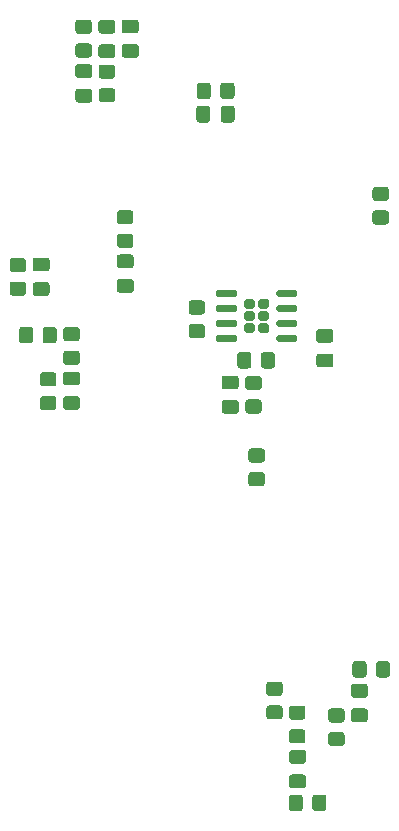
<source format=gbr>
%TF.GenerationSoftware,KiCad,Pcbnew,5.1.9*%
%TF.CreationDate,2021-02-01T12:12:55-08:00*%
%TF.ProjectId,MainBoard,4d61696e-426f-4617-9264-2e6b69636164,rev?*%
%TF.SameCoordinates,Original*%
%TF.FileFunction,Paste,Bot*%
%TF.FilePolarity,Positive*%
%FSLAX46Y46*%
G04 Gerber Fmt 4.6, Leading zero omitted, Abs format (unit mm)*
G04 Created by KiCad (PCBNEW 5.1.9) date 2021-02-01 12:12:55*
%MOMM*%
%LPD*%
G01*
G04 APERTURE LIST*
G04 APERTURE END LIST*
%TO.C,R15*%
G36*
G01*
X109160000Y-135610001D02*
X109160000Y-134709999D01*
G75*
G02*
X109409999Y-134460000I249999J0D01*
G01*
X110110001Y-134460000D01*
G75*
G02*
X110360000Y-134709999I0J-249999D01*
G01*
X110360000Y-135610001D01*
G75*
G02*
X110110001Y-135860000I-249999J0D01*
G01*
X109409999Y-135860000D01*
G75*
G02*
X109160000Y-135610001I0J249999D01*
G01*
G37*
G36*
G01*
X107160000Y-135610001D02*
X107160000Y-134709999D01*
G75*
G02*
X107409999Y-134460000I249999J0D01*
G01*
X108110001Y-134460000D01*
G75*
G02*
X108360000Y-134709999I0J-249999D01*
G01*
X108360000Y-135610001D01*
G75*
G02*
X108110001Y-135860000I-249999J0D01*
G01*
X107409999Y-135860000D01*
G75*
G02*
X107160000Y-135610001I0J249999D01*
G01*
G37*
%TD*%
%TO.C,R11*%
G36*
G01*
X84675001Y-90225000D02*
X83774999Y-90225000D01*
G75*
G02*
X83525000Y-89975001I0J249999D01*
G01*
X83525000Y-89274999D01*
G75*
G02*
X83774999Y-89025000I249999J0D01*
G01*
X84675001Y-89025000D01*
G75*
G02*
X84925000Y-89274999I0J-249999D01*
G01*
X84925000Y-89975001D01*
G75*
G02*
X84675001Y-90225000I-249999J0D01*
G01*
G37*
G36*
G01*
X84675001Y-92225000D02*
X83774999Y-92225000D01*
G75*
G02*
X83525000Y-91975001I0J249999D01*
G01*
X83525000Y-91274999D01*
G75*
G02*
X83774999Y-91025000I249999J0D01*
G01*
X84675001Y-91025000D01*
G75*
G02*
X84925000Y-91274999I0J-249999D01*
G01*
X84925000Y-91975001D01*
G75*
G02*
X84675001Y-92225000I-249999J0D01*
G01*
G37*
%TD*%
%TO.C,C8*%
G36*
G01*
X92845000Y-90797500D02*
X93795000Y-90797500D01*
G75*
G02*
X94045000Y-91047500I0J-250000D01*
G01*
X94045000Y-91722500D01*
G75*
G02*
X93795000Y-91972500I-250000J0D01*
G01*
X92845000Y-91972500D01*
G75*
G02*
X92595000Y-91722500I0J250000D01*
G01*
X92595000Y-91047500D01*
G75*
G02*
X92845000Y-90797500I250000J0D01*
G01*
G37*
G36*
G01*
X92845000Y-88722500D02*
X93795000Y-88722500D01*
G75*
G02*
X94045000Y-88972500I0J-250000D01*
G01*
X94045000Y-89647500D01*
G75*
G02*
X93795000Y-89897500I-250000J0D01*
G01*
X92845000Y-89897500D01*
G75*
G02*
X92595000Y-89647500I0J250000D01*
G01*
X92595000Y-88972500D01*
G75*
G02*
X92845000Y-88722500I250000J0D01*
G01*
G37*
%TD*%
%TO.C,U2*%
G36*
G01*
X104335000Y-94752500D02*
X104335000Y-95167500D01*
G75*
G02*
X104127500Y-95375000I-207500J0D01*
G01*
X103572500Y-95375000D01*
G75*
G02*
X103365000Y-95167500I0J207500D01*
G01*
X103365000Y-94752500D01*
G75*
G02*
X103572500Y-94545000I207500J0D01*
G01*
X104127500Y-94545000D01*
G75*
G02*
X104335000Y-94752500I0J-207500D01*
G01*
G37*
G36*
G01*
X104335000Y-93722500D02*
X104335000Y-94137500D01*
G75*
G02*
X104127500Y-94345000I-207500J0D01*
G01*
X103572500Y-94345000D01*
G75*
G02*
X103365000Y-94137500I0J207500D01*
G01*
X103365000Y-93722500D01*
G75*
G02*
X103572500Y-93515000I207500J0D01*
G01*
X104127500Y-93515000D01*
G75*
G02*
X104335000Y-93722500I0J-207500D01*
G01*
G37*
G36*
G01*
X104335000Y-92692500D02*
X104335000Y-93107500D01*
G75*
G02*
X104127500Y-93315000I-207500J0D01*
G01*
X103572500Y-93315000D01*
G75*
G02*
X103365000Y-93107500I0J207500D01*
G01*
X103365000Y-92692500D01*
G75*
G02*
X103572500Y-92485000I207500J0D01*
G01*
X104127500Y-92485000D01*
G75*
G02*
X104335000Y-92692500I0J-207500D01*
G01*
G37*
G36*
G01*
X105535000Y-94752500D02*
X105535000Y-95167500D01*
G75*
G02*
X105327500Y-95375000I-207500J0D01*
G01*
X104772500Y-95375000D01*
G75*
G02*
X104565000Y-95167500I0J207500D01*
G01*
X104565000Y-94752500D01*
G75*
G02*
X104772500Y-94545000I207500J0D01*
G01*
X105327500Y-94545000D01*
G75*
G02*
X105535000Y-94752500I0J-207500D01*
G01*
G37*
G36*
G01*
X105535000Y-93722500D02*
X105535000Y-94137500D01*
G75*
G02*
X105327500Y-94345000I-207500J0D01*
G01*
X104772500Y-94345000D01*
G75*
G02*
X104565000Y-94137500I0J207500D01*
G01*
X104565000Y-93722500D01*
G75*
G02*
X104772500Y-93515000I207500J0D01*
G01*
X105327500Y-93515000D01*
G75*
G02*
X105535000Y-93722500I0J-207500D01*
G01*
G37*
G36*
G01*
X105535000Y-92692500D02*
X105535000Y-93107500D01*
G75*
G02*
X105327500Y-93315000I-207500J0D01*
G01*
X104772500Y-93315000D01*
G75*
G02*
X104565000Y-93107500I0J207500D01*
G01*
X104565000Y-92692500D01*
G75*
G02*
X104772500Y-92485000I207500J0D01*
G01*
X105327500Y-92485000D01*
G75*
G02*
X105535000Y-92692500I0J-207500D01*
G01*
G37*
G36*
G01*
X102775000Y-91875000D02*
X102775000Y-92175000D01*
G75*
G02*
X102625000Y-92325000I-150000J0D01*
G01*
X101150000Y-92325000D01*
G75*
G02*
X101000000Y-92175000I0J150000D01*
G01*
X101000000Y-91875000D01*
G75*
G02*
X101150000Y-91725000I150000J0D01*
G01*
X102625000Y-91725000D01*
G75*
G02*
X102775000Y-91875000I0J-150000D01*
G01*
G37*
G36*
G01*
X102775000Y-93145000D02*
X102775000Y-93445000D01*
G75*
G02*
X102625000Y-93595000I-150000J0D01*
G01*
X101150000Y-93595000D01*
G75*
G02*
X101000000Y-93445000I0J150000D01*
G01*
X101000000Y-93145000D01*
G75*
G02*
X101150000Y-92995000I150000J0D01*
G01*
X102625000Y-92995000D01*
G75*
G02*
X102775000Y-93145000I0J-150000D01*
G01*
G37*
G36*
G01*
X102775000Y-94415000D02*
X102775000Y-94715000D01*
G75*
G02*
X102625000Y-94865000I-150000J0D01*
G01*
X101150000Y-94865000D01*
G75*
G02*
X101000000Y-94715000I0J150000D01*
G01*
X101000000Y-94415000D01*
G75*
G02*
X101150000Y-94265000I150000J0D01*
G01*
X102625000Y-94265000D01*
G75*
G02*
X102775000Y-94415000I0J-150000D01*
G01*
G37*
G36*
G01*
X102775000Y-95685000D02*
X102775000Y-95985000D01*
G75*
G02*
X102625000Y-96135000I-150000J0D01*
G01*
X101150000Y-96135000D01*
G75*
G02*
X101000000Y-95985000I0J150000D01*
G01*
X101000000Y-95685000D01*
G75*
G02*
X101150000Y-95535000I150000J0D01*
G01*
X102625000Y-95535000D01*
G75*
G02*
X102775000Y-95685000I0J-150000D01*
G01*
G37*
G36*
G01*
X107900000Y-95685000D02*
X107900000Y-95985000D01*
G75*
G02*
X107750000Y-96135000I-150000J0D01*
G01*
X106275000Y-96135000D01*
G75*
G02*
X106125000Y-95985000I0J150000D01*
G01*
X106125000Y-95685000D01*
G75*
G02*
X106275000Y-95535000I150000J0D01*
G01*
X107750000Y-95535000D01*
G75*
G02*
X107900000Y-95685000I0J-150000D01*
G01*
G37*
G36*
G01*
X107900000Y-94415000D02*
X107900000Y-94715000D01*
G75*
G02*
X107750000Y-94865000I-150000J0D01*
G01*
X106275000Y-94865000D01*
G75*
G02*
X106125000Y-94715000I0J150000D01*
G01*
X106125000Y-94415000D01*
G75*
G02*
X106275000Y-94265000I150000J0D01*
G01*
X107750000Y-94265000D01*
G75*
G02*
X107900000Y-94415000I0J-150000D01*
G01*
G37*
G36*
G01*
X107900000Y-93145000D02*
X107900000Y-93445000D01*
G75*
G02*
X107750000Y-93595000I-150000J0D01*
G01*
X106275000Y-93595000D01*
G75*
G02*
X106125000Y-93445000I0J150000D01*
G01*
X106125000Y-93145000D01*
G75*
G02*
X106275000Y-92995000I150000J0D01*
G01*
X107750000Y-92995000D01*
G75*
G02*
X107900000Y-93145000I0J-150000D01*
G01*
G37*
G36*
G01*
X107900000Y-91875000D02*
X107900000Y-92175000D01*
G75*
G02*
X107750000Y-92325000I-150000J0D01*
G01*
X106275000Y-92325000D01*
G75*
G02*
X106125000Y-92175000I0J150000D01*
G01*
X106125000Y-91875000D01*
G75*
G02*
X106275000Y-91725000I150000J0D01*
G01*
X107750000Y-91725000D01*
G75*
G02*
X107900000Y-91875000I0J-150000D01*
G01*
G37*
%TD*%
%TO.C,R18*%
G36*
G01*
X110749999Y-129150000D02*
X111650001Y-129150000D01*
G75*
G02*
X111900000Y-129399999I0J-249999D01*
G01*
X111900000Y-130100001D01*
G75*
G02*
X111650001Y-130350000I-249999J0D01*
G01*
X110749999Y-130350000D01*
G75*
G02*
X110500000Y-130100001I0J249999D01*
G01*
X110500000Y-129399999D01*
G75*
G02*
X110749999Y-129150000I249999J0D01*
G01*
G37*
G36*
G01*
X110749999Y-127150000D02*
X111650001Y-127150000D01*
G75*
G02*
X111900000Y-127399999I0J-249999D01*
G01*
X111900000Y-128100001D01*
G75*
G02*
X111650001Y-128350000I-249999J0D01*
G01*
X110749999Y-128350000D01*
G75*
G02*
X110500000Y-128100001I0J249999D01*
G01*
X110500000Y-127399999D01*
G75*
G02*
X110749999Y-127150000I249999J0D01*
G01*
G37*
%TD*%
%TO.C,R17*%
G36*
G01*
X105509999Y-126890000D02*
X106410001Y-126890000D01*
G75*
G02*
X106660000Y-127139999I0J-249999D01*
G01*
X106660000Y-127840001D01*
G75*
G02*
X106410001Y-128090000I-249999J0D01*
G01*
X105509999Y-128090000D01*
G75*
G02*
X105260000Y-127840001I0J249999D01*
G01*
X105260000Y-127139999D01*
G75*
G02*
X105509999Y-126890000I249999J0D01*
G01*
G37*
G36*
G01*
X105509999Y-124890000D02*
X106410001Y-124890000D01*
G75*
G02*
X106660000Y-125139999I0J-249999D01*
G01*
X106660000Y-125840001D01*
G75*
G02*
X106410001Y-126090000I-249999J0D01*
G01*
X105509999Y-126090000D01*
G75*
G02*
X105260000Y-125840001I0J249999D01*
G01*
X105260000Y-125139999D01*
G75*
G02*
X105509999Y-124890000I249999J0D01*
G01*
G37*
%TD*%
%TO.C,R16*%
G36*
G01*
X107429999Y-128920000D02*
X108330001Y-128920000D01*
G75*
G02*
X108580000Y-129169999I0J-249999D01*
G01*
X108580000Y-129870001D01*
G75*
G02*
X108330001Y-130120000I-249999J0D01*
G01*
X107429999Y-130120000D01*
G75*
G02*
X107180000Y-129870001I0J249999D01*
G01*
X107180000Y-129169999D01*
G75*
G02*
X107429999Y-128920000I249999J0D01*
G01*
G37*
G36*
G01*
X107429999Y-126920000D02*
X108330001Y-126920000D01*
G75*
G02*
X108580000Y-127169999I0J-249999D01*
G01*
X108580000Y-127870001D01*
G75*
G02*
X108330001Y-128120000I-249999J0D01*
G01*
X107429999Y-128120000D01*
G75*
G02*
X107180000Y-127870001I0J249999D01*
G01*
X107180000Y-127169999D01*
G75*
G02*
X107429999Y-126920000I249999J0D01*
G01*
G37*
%TD*%
%TO.C,R14*%
G36*
G01*
X87250001Y-99900000D02*
X86349999Y-99900000D01*
G75*
G02*
X86100000Y-99650001I0J249999D01*
G01*
X86100000Y-98949999D01*
G75*
G02*
X86349999Y-98700000I249999J0D01*
G01*
X87250001Y-98700000D01*
G75*
G02*
X87500000Y-98949999I0J-249999D01*
G01*
X87500000Y-99650001D01*
G75*
G02*
X87250001Y-99900000I-249999J0D01*
G01*
G37*
G36*
G01*
X87250001Y-101900000D02*
X86349999Y-101900000D01*
G75*
G02*
X86100000Y-101650001I0J249999D01*
G01*
X86100000Y-100949999D01*
G75*
G02*
X86349999Y-100700000I249999J0D01*
G01*
X87250001Y-100700000D01*
G75*
G02*
X87500000Y-100949999I0J-249999D01*
G01*
X87500000Y-101650001D01*
G75*
G02*
X87250001Y-101900000I-249999J0D01*
G01*
G37*
%TD*%
%TO.C,R13*%
G36*
G01*
X89225001Y-96075000D02*
X88324999Y-96075000D01*
G75*
G02*
X88075000Y-95825001I0J249999D01*
G01*
X88075000Y-95124999D01*
G75*
G02*
X88324999Y-94875000I249999J0D01*
G01*
X89225001Y-94875000D01*
G75*
G02*
X89475000Y-95124999I0J-249999D01*
G01*
X89475000Y-95825001D01*
G75*
G02*
X89225001Y-96075000I-249999J0D01*
G01*
G37*
G36*
G01*
X89225001Y-98075000D02*
X88324999Y-98075000D01*
G75*
G02*
X88075000Y-97825001I0J249999D01*
G01*
X88075000Y-97124999D01*
G75*
G02*
X88324999Y-96875000I249999J0D01*
G01*
X89225001Y-96875000D01*
G75*
G02*
X89475000Y-97124999I0J-249999D01*
G01*
X89475000Y-97825001D01*
G75*
G02*
X89225001Y-98075000I-249999J0D01*
G01*
G37*
%TD*%
%TO.C,R12*%
G36*
G01*
X85525000Y-95099999D02*
X85525000Y-96000001D01*
G75*
G02*
X85275001Y-96250000I-249999J0D01*
G01*
X84574999Y-96250000D01*
G75*
G02*
X84325000Y-96000001I0J249999D01*
G01*
X84325000Y-95099999D01*
G75*
G02*
X84574999Y-94850000I249999J0D01*
G01*
X85275001Y-94850000D01*
G75*
G02*
X85525000Y-95099999I0J-249999D01*
G01*
G37*
G36*
G01*
X87525000Y-95099999D02*
X87525000Y-96000001D01*
G75*
G02*
X87275001Y-96250000I-249999J0D01*
G01*
X86574999Y-96250000D01*
G75*
G02*
X86325000Y-96000001I0J249999D01*
G01*
X86325000Y-95099999D01*
G75*
G02*
X86574999Y-94850000I249999J0D01*
G01*
X87275001Y-94850000D01*
G75*
G02*
X87525000Y-95099999I0J-249999D01*
G01*
G37*
%TD*%
%TO.C,R10*%
G36*
G01*
X92869999Y-86970000D02*
X93770001Y-86970000D01*
G75*
G02*
X94020000Y-87219999I0J-249999D01*
G01*
X94020000Y-87920001D01*
G75*
G02*
X93770001Y-88170000I-249999J0D01*
G01*
X92869999Y-88170000D01*
G75*
G02*
X92620000Y-87920001I0J249999D01*
G01*
X92620000Y-87219999D01*
G75*
G02*
X92869999Y-86970000I249999J0D01*
G01*
G37*
G36*
G01*
X92869999Y-84970000D02*
X93770001Y-84970000D01*
G75*
G02*
X94020000Y-85219999I0J-249999D01*
G01*
X94020000Y-85920001D01*
G75*
G02*
X93770001Y-86170000I-249999J0D01*
G01*
X92869999Y-86170000D01*
G75*
G02*
X92620000Y-85920001I0J249999D01*
G01*
X92620000Y-85219999D01*
G75*
G02*
X92869999Y-84970000I249999J0D01*
G01*
G37*
%TD*%
%TO.C,R9*%
G36*
G01*
X98929999Y-94610000D02*
X99830001Y-94610000D01*
G75*
G02*
X100080000Y-94859999I0J-249999D01*
G01*
X100080000Y-95560001D01*
G75*
G02*
X99830001Y-95810000I-249999J0D01*
G01*
X98929999Y-95810000D01*
G75*
G02*
X98680000Y-95560001I0J249999D01*
G01*
X98680000Y-94859999D01*
G75*
G02*
X98929999Y-94610000I249999J0D01*
G01*
G37*
G36*
G01*
X98929999Y-92610000D02*
X99830001Y-92610000D01*
G75*
G02*
X100080000Y-92859999I0J-249999D01*
G01*
X100080000Y-93560001D01*
G75*
G02*
X99830001Y-93810000I-249999J0D01*
G01*
X98929999Y-93810000D01*
G75*
G02*
X98680000Y-93560001I0J249999D01*
G01*
X98680000Y-92859999D01*
G75*
G02*
X98929999Y-92610000I249999J0D01*
G01*
G37*
%TD*%
%TO.C,R8*%
G36*
G01*
X100575000Y-74424999D02*
X100575000Y-75325001D01*
G75*
G02*
X100325001Y-75575000I-249999J0D01*
G01*
X99624999Y-75575000D01*
G75*
G02*
X99375000Y-75325001I0J249999D01*
G01*
X99375000Y-74424999D01*
G75*
G02*
X99624999Y-74175000I249999J0D01*
G01*
X100325001Y-74175000D01*
G75*
G02*
X100575000Y-74424999I0J-249999D01*
G01*
G37*
G36*
G01*
X102575000Y-74424999D02*
X102575000Y-75325001D01*
G75*
G02*
X102325001Y-75575000I-249999J0D01*
G01*
X101624999Y-75575000D01*
G75*
G02*
X101375000Y-75325001I0J249999D01*
G01*
X101375000Y-74424999D01*
G75*
G02*
X101624999Y-74175000I249999J0D01*
G01*
X102325001Y-74175000D01*
G75*
G02*
X102575000Y-74424999I0J-249999D01*
G01*
G37*
%TD*%
%TO.C,R7*%
G36*
G01*
X104630001Y-100200000D02*
X103729999Y-100200000D01*
G75*
G02*
X103480000Y-99950001I0J249999D01*
G01*
X103480000Y-99249999D01*
G75*
G02*
X103729999Y-99000000I249999J0D01*
G01*
X104630001Y-99000000D01*
G75*
G02*
X104880000Y-99249999I0J-249999D01*
G01*
X104880000Y-99950001D01*
G75*
G02*
X104630001Y-100200000I-249999J0D01*
G01*
G37*
G36*
G01*
X104630001Y-102200000D02*
X103729999Y-102200000D01*
G75*
G02*
X103480000Y-101950001I0J249999D01*
G01*
X103480000Y-101249999D01*
G75*
G02*
X103729999Y-101000000I249999J0D01*
G01*
X104630001Y-101000000D01*
G75*
G02*
X104880000Y-101249999I0J-249999D01*
G01*
X104880000Y-101950001D01*
G75*
G02*
X104630001Y-102200000I-249999J0D01*
G01*
G37*
%TD*%
%TO.C,R6*%
G36*
G01*
X104800000Y-98130001D02*
X104800000Y-97229999D01*
G75*
G02*
X105049999Y-96980000I249999J0D01*
G01*
X105750001Y-96980000D01*
G75*
G02*
X106000000Y-97229999I0J-249999D01*
G01*
X106000000Y-98130001D01*
G75*
G02*
X105750001Y-98380000I-249999J0D01*
G01*
X105049999Y-98380000D01*
G75*
G02*
X104800000Y-98130001I0J249999D01*
G01*
G37*
G36*
G01*
X102800000Y-98130001D02*
X102800000Y-97229999D01*
G75*
G02*
X103049999Y-96980000I249999J0D01*
G01*
X103750001Y-96980000D01*
G75*
G02*
X104000000Y-97229999I0J-249999D01*
G01*
X104000000Y-98130001D01*
G75*
G02*
X103750001Y-98380000I-249999J0D01*
G01*
X103049999Y-98380000D01*
G75*
G02*
X102800000Y-98130001I0J249999D01*
G01*
G37*
%TD*%
%TO.C,R5*%
G36*
G01*
X114499999Y-85000000D02*
X115400001Y-85000000D01*
G75*
G02*
X115650000Y-85249999I0J-249999D01*
G01*
X115650000Y-85950001D01*
G75*
G02*
X115400001Y-86200000I-249999J0D01*
G01*
X114499999Y-86200000D01*
G75*
G02*
X114250000Y-85950001I0J249999D01*
G01*
X114250000Y-85249999D01*
G75*
G02*
X114499999Y-85000000I249999J0D01*
G01*
G37*
G36*
G01*
X114499999Y-83000000D02*
X115400001Y-83000000D01*
G75*
G02*
X115650000Y-83249999I0J-249999D01*
G01*
X115650000Y-83950001D01*
G75*
G02*
X115400001Y-84200000I-249999J0D01*
G01*
X114499999Y-84200000D01*
G75*
G02*
X114250000Y-83950001I0J249999D01*
G01*
X114250000Y-83249999D01*
G75*
G02*
X114499999Y-83000000I249999J0D01*
G01*
G37*
%TD*%
%TO.C,R4*%
G36*
G01*
X113750000Y-123399999D02*
X113750000Y-124300001D01*
G75*
G02*
X113500001Y-124550000I-249999J0D01*
G01*
X112799999Y-124550000D01*
G75*
G02*
X112550000Y-124300001I0J249999D01*
G01*
X112550000Y-123399999D01*
G75*
G02*
X112799999Y-123150000I249999J0D01*
G01*
X113500001Y-123150000D01*
G75*
G02*
X113750000Y-123399999I0J-249999D01*
G01*
G37*
G36*
G01*
X115750000Y-123399999D02*
X115750000Y-124300001D01*
G75*
G02*
X115500001Y-124550000I-249999J0D01*
G01*
X114799999Y-124550000D01*
G75*
G02*
X114550000Y-124300001I0J249999D01*
G01*
X114550000Y-123399999D01*
G75*
G02*
X114799999Y-123150000I249999J0D01*
G01*
X115500001Y-123150000D01*
G75*
G02*
X115750000Y-123399999I0J-249999D01*
G01*
G37*
%TD*%
%TO.C,R3*%
G36*
G01*
X91319999Y-74640000D02*
X92220001Y-74640000D01*
G75*
G02*
X92470000Y-74889999I0J-249999D01*
G01*
X92470000Y-75590001D01*
G75*
G02*
X92220001Y-75840000I-249999J0D01*
G01*
X91319999Y-75840000D01*
G75*
G02*
X91070000Y-75590001I0J249999D01*
G01*
X91070000Y-74889999D01*
G75*
G02*
X91319999Y-74640000I249999J0D01*
G01*
G37*
G36*
G01*
X91319999Y-72640000D02*
X92220001Y-72640000D01*
G75*
G02*
X92470000Y-72889999I0J-249999D01*
G01*
X92470000Y-73590001D01*
G75*
G02*
X92220001Y-73840000I-249999J0D01*
G01*
X91319999Y-73840000D01*
G75*
G02*
X91070000Y-73590001I0J249999D01*
G01*
X91070000Y-72889999D01*
G75*
G02*
X91319999Y-72640000I249999J0D01*
G01*
G37*
%TD*%
%TO.C,R2*%
G36*
G01*
X89349999Y-68850000D02*
X90250001Y-68850000D01*
G75*
G02*
X90500000Y-69099999I0J-249999D01*
G01*
X90500000Y-69800001D01*
G75*
G02*
X90250001Y-70050000I-249999J0D01*
G01*
X89349999Y-70050000D01*
G75*
G02*
X89100000Y-69800001I0J249999D01*
G01*
X89100000Y-69099999D01*
G75*
G02*
X89349999Y-68850000I249999J0D01*
G01*
G37*
G36*
G01*
X89349999Y-70850000D02*
X90250001Y-70850000D01*
G75*
G02*
X90500000Y-71099999I0J-249999D01*
G01*
X90500000Y-71800001D01*
G75*
G02*
X90250001Y-72050000I-249999J0D01*
G01*
X89349999Y-72050000D01*
G75*
G02*
X89100000Y-71800001I0J249999D01*
G01*
X89100000Y-71099999D01*
G75*
G02*
X89349999Y-70850000I249999J0D01*
G01*
G37*
%TD*%
%TO.C,R1*%
G36*
G01*
X104900001Y-106350000D02*
X103999999Y-106350000D01*
G75*
G02*
X103750000Y-106100001I0J249999D01*
G01*
X103750000Y-105399999D01*
G75*
G02*
X103999999Y-105150000I249999J0D01*
G01*
X104900001Y-105150000D01*
G75*
G02*
X105150000Y-105399999I0J-249999D01*
G01*
X105150000Y-106100001D01*
G75*
G02*
X104900001Y-106350000I-249999J0D01*
G01*
G37*
G36*
G01*
X104900001Y-108350000D02*
X103999999Y-108350000D01*
G75*
G02*
X103750000Y-108100001I0J249999D01*
G01*
X103750000Y-107399999D01*
G75*
G02*
X103999999Y-107150000I249999J0D01*
G01*
X104900001Y-107150000D01*
G75*
G02*
X105150000Y-107399999I0J-249999D01*
G01*
X105150000Y-108100001D01*
G75*
G02*
X104900001Y-108350000I-249999J0D01*
G01*
G37*
%TD*%
%TO.C,C11*%
G36*
G01*
X107435000Y-132747500D02*
X108385000Y-132747500D01*
G75*
G02*
X108635000Y-132997500I0J-250000D01*
G01*
X108635000Y-133672500D01*
G75*
G02*
X108385000Y-133922500I-250000J0D01*
G01*
X107435000Y-133922500D01*
G75*
G02*
X107185000Y-133672500I0J250000D01*
G01*
X107185000Y-132997500D01*
G75*
G02*
X107435000Y-132747500I250000J0D01*
G01*
G37*
G36*
G01*
X107435000Y-130672500D02*
X108385000Y-130672500D01*
G75*
G02*
X108635000Y-130922500I0J-250000D01*
G01*
X108635000Y-131597500D01*
G75*
G02*
X108385000Y-131847500I-250000J0D01*
G01*
X107435000Y-131847500D01*
G75*
G02*
X107185000Y-131597500I0J250000D01*
G01*
X107185000Y-130922500D01*
G75*
G02*
X107435000Y-130672500I250000J0D01*
G01*
G37*
%TD*%
%TO.C,C10*%
G36*
G01*
X88300000Y-100712500D02*
X89250000Y-100712500D01*
G75*
G02*
X89500000Y-100962500I0J-250000D01*
G01*
X89500000Y-101637500D01*
G75*
G02*
X89250000Y-101887500I-250000J0D01*
G01*
X88300000Y-101887500D01*
G75*
G02*
X88050000Y-101637500I0J250000D01*
G01*
X88050000Y-100962500D01*
G75*
G02*
X88300000Y-100712500I250000J0D01*
G01*
G37*
G36*
G01*
X88300000Y-98637500D02*
X89250000Y-98637500D01*
G75*
G02*
X89500000Y-98887500I0J-250000D01*
G01*
X89500000Y-99562500D01*
G75*
G02*
X89250000Y-99812500I-250000J0D01*
G01*
X88300000Y-99812500D01*
G75*
G02*
X88050000Y-99562500I0J250000D01*
G01*
X88050000Y-98887500D01*
G75*
G02*
X88300000Y-98637500I250000J0D01*
G01*
G37*
%TD*%
%TO.C,C9*%
G36*
G01*
X86675000Y-90162500D02*
X85725000Y-90162500D01*
G75*
G02*
X85475000Y-89912500I0J250000D01*
G01*
X85475000Y-89237500D01*
G75*
G02*
X85725000Y-88987500I250000J0D01*
G01*
X86675000Y-88987500D01*
G75*
G02*
X86925000Y-89237500I0J-250000D01*
G01*
X86925000Y-89912500D01*
G75*
G02*
X86675000Y-90162500I-250000J0D01*
G01*
G37*
G36*
G01*
X86675000Y-92237500D02*
X85725000Y-92237500D01*
G75*
G02*
X85475000Y-91987500I0J250000D01*
G01*
X85475000Y-91312500D01*
G75*
G02*
X85725000Y-91062500I250000J0D01*
G01*
X86675000Y-91062500D01*
G75*
G02*
X86925000Y-91312500I0J-250000D01*
G01*
X86925000Y-91987500D01*
G75*
G02*
X86675000Y-92237500I-250000J0D01*
G01*
G37*
%TD*%
%TO.C,C7*%
G36*
G01*
X101412500Y-77325000D02*
X101412500Y-76375000D01*
G75*
G02*
X101662500Y-76125000I250000J0D01*
G01*
X102337500Y-76125000D01*
G75*
G02*
X102587500Y-76375000I0J-250000D01*
G01*
X102587500Y-77325000D01*
G75*
G02*
X102337500Y-77575000I-250000J0D01*
G01*
X101662500Y-77575000D01*
G75*
G02*
X101412500Y-77325000I0J250000D01*
G01*
G37*
G36*
G01*
X99337500Y-77325000D02*
X99337500Y-76375000D01*
G75*
G02*
X99587500Y-76125000I250000J0D01*
G01*
X100262500Y-76125000D01*
G75*
G02*
X100512500Y-76375000I0J-250000D01*
G01*
X100512500Y-77325000D01*
G75*
G02*
X100262500Y-77575000I-250000J0D01*
G01*
X99587500Y-77575000D01*
G75*
G02*
X99337500Y-77325000I0J250000D01*
G01*
G37*
%TD*%
%TO.C,C6*%
G36*
G01*
X101735000Y-101047500D02*
X102685000Y-101047500D01*
G75*
G02*
X102935000Y-101297500I0J-250000D01*
G01*
X102935000Y-101972500D01*
G75*
G02*
X102685000Y-102222500I-250000J0D01*
G01*
X101735000Y-102222500D01*
G75*
G02*
X101485000Y-101972500I0J250000D01*
G01*
X101485000Y-101297500D01*
G75*
G02*
X101735000Y-101047500I250000J0D01*
G01*
G37*
G36*
G01*
X101735000Y-98972500D02*
X102685000Y-98972500D01*
G75*
G02*
X102935000Y-99222500I0J-250000D01*
G01*
X102935000Y-99897500D01*
G75*
G02*
X102685000Y-100147500I-250000J0D01*
G01*
X101735000Y-100147500D01*
G75*
G02*
X101485000Y-99897500I0J250000D01*
G01*
X101485000Y-99222500D01*
G75*
G02*
X101735000Y-98972500I250000J0D01*
G01*
G37*
%TD*%
%TO.C,C5*%
G36*
G01*
X110695000Y-96210000D02*
X109745000Y-96210000D01*
G75*
G02*
X109495000Y-95960000I0J250000D01*
G01*
X109495000Y-95285000D01*
G75*
G02*
X109745000Y-95035000I250000J0D01*
G01*
X110695000Y-95035000D01*
G75*
G02*
X110945000Y-95285000I0J-250000D01*
G01*
X110945000Y-95960000D01*
G75*
G02*
X110695000Y-96210000I-250000J0D01*
G01*
G37*
G36*
G01*
X110695000Y-98285000D02*
X109745000Y-98285000D01*
G75*
G02*
X109495000Y-98035000I0J250000D01*
G01*
X109495000Y-97360000D01*
G75*
G02*
X109745000Y-97110000I250000J0D01*
G01*
X110695000Y-97110000D01*
G75*
G02*
X110945000Y-97360000I0J-250000D01*
G01*
X110945000Y-98035000D01*
G75*
G02*
X110695000Y-98285000I-250000J0D01*
G01*
G37*
%TD*%
%TO.C,C4*%
G36*
G01*
X113625000Y-126250000D02*
X112675000Y-126250000D01*
G75*
G02*
X112425000Y-126000000I0J250000D01*
G01*
X112425000Y-125325000D01*
G75*
G02*
X112675000Y-125075000I250000J0D01*
G01*
X113625000Y-125075000D01*
G75*
G02*
X113875000Y-125325000I0J-250000D01*
G01*
X113875000Y-126000000D01*
G75*
G02*
X113625000Y-126250000I-250000J0D01*
G01*
G37*
G36*
G01*
X113625000Y-128325000D02*
X112675000Y-128325000D01*
G75*
G02*
X112425000Y-128075000I0J250000D01*
G01*
X112425000Y-127400000D01*
G75*
G02*
X112675000Y-127150000I250000J0D01*
G01*
X113625000Y-127150000D01*
G75*
G02*
X113875000Y-127400000I0J-250000D01*
G01*
X113875000Y-128075000D01*
G75*
G02*
X113625000Y-128325000I-250000J0D01*
G01*
G37*
%TD*%
%TO.C,C3*%
G36*
G01*
X89335000Y-74687500D02*
X90285000Y-74687500D01*
G75*
G02*
X90535000Y-74937500I0J-250000D01*
G01*
X90535000Y-75612500D01*
G75*
G02*
X90285000Y-75862500I-250000J0D01*
G01*
X89335000Y-75862500D01*
G75*
G02*
X89085000Y-75612500I0J250000D01*
G01*
X89085000Y-74937500D01*
G75*
G02*
X89335000Y-74687500I250000J0D01*
G01*
G37*
G36*
G01*
X89335000Y-72612500D02*
X90285000Y-72612500D01*
G75*
G02*
X90535000Y-72862500I0J-250000D01*
G01*
X90535000Y-73537500D01*
G75*
G02*
X90285000Y-73787500I-250000J0D01*
G01*
X89335000Y-73787500D01*
G75*
G02*
X89085000Y-73537500I0J250000D01*
G01*
X89085000Y-72862500D01*
G75*
G02*
X89335000Y-72612500I250000J0D01*
G01*
G37*
%TD*%
%TO.C,C2*%
G36*
G01*
X91295000Y-68852500D02*
X92245000Y-68852500D01*
G75*
G02*
X92495000Y-69102500I0J-250000D01*
G01*
X92495000Y-69777500D01*
G75*
G02*
X92245000Y-70027500I-250000J0D01*
G01*
X91295000Y-70027500D01*
G75*
G02*
X91045000Y-69777500I0J250000D01*
G01*
X91045000Y-69102500D01*
G75*
G02*
X91295000Y-68852500I250000J0D01*
G01*
G37*
G36*
G01*
X91295000Y-70927500D02*
X92245000Y-70927500D01*
G75*
G02*
X92495000Y-71177500I0J-250000D01*
G01*
X92495000Y-71852500D01*
G75*
G02*
X92245000Y-72102500I-250000J0D01*
G01*
X91295000Y-72102500D01*
G75*
G02*
X91045000Y-71852500I0J250000D01*
G01*
X91045000Y-71177500D01*
G75*
G02*
X91295000Y-70927500I250000J0D01*
G01*
G37*
%TD*%
%TO.C,C1*%
G36*
G01*
X93265000Y-68832500D02*
X94215000Y-68832500D01*
G75*
G02*
X94465000Y-69082500I0J-250000D01*
G01*
X94465000Y-69757500D01*
G75*
G02*
X94215000Y-70007500I-250000J0D01*
G01*
X93265000Y-70007500D01*
G75*
G02*
X93015000Y-69757500I0J250000D01*
G01*
X93015000Y-69082500D01*
G75*
G02*
X93265000Y-68832500I250000J0D01*
G01*
G37*
G36*
G01*
X93265000Y-70907500D02*
X94215000Y-70907500D01*
G75*
G02*
X94465000Y-71157500I0J-250000D01*
G01*
X94465000Y-71832500D01*
G75*
G02*
X94215000Y-72082500I-250000J0D01*
G01*
X93265000Y-72082500D01*
G75*
G02*
X93015000Y-71832500I0J250000D01*
G01*
X93015000Y-71157500D01*
G75*
G02*
X93265000Y-70907500I250000J0D01*
G01*
G37*
%TD*%
M02*

</source>
